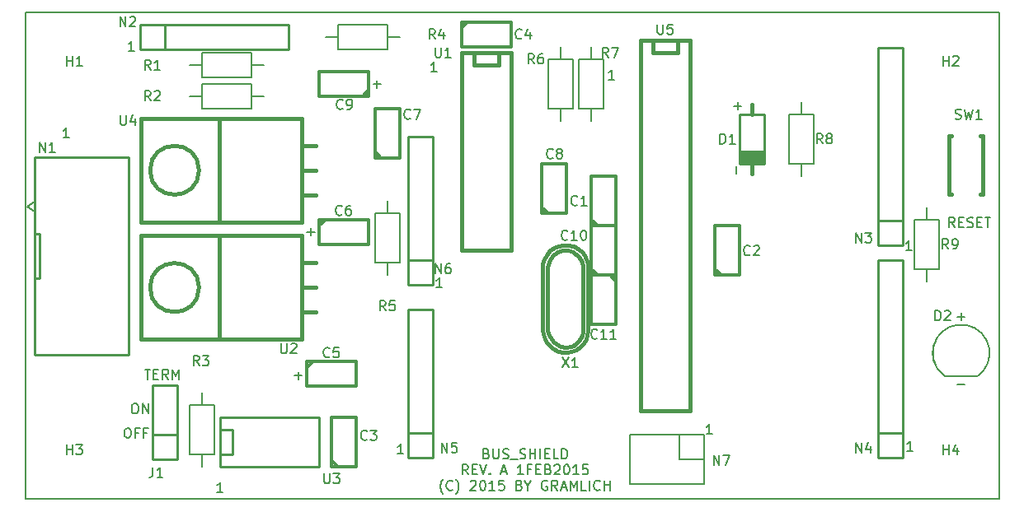
<source format=gto>
%FSLAX36Y36*%
G04 Gerber Fmt 3.6, Leading zero omitted, Abs format (unit inch)*
G04 Created by KiCad (PCBNEW (2014-jul-16 BZR unknown)-product) date Mon 02 Feb 2015 12:29:57 PM PST*
%MOIN*%
G01*
G04 APERTURE LIST*
%ADD10C,0.003937*%
%ADD11C,0.008000*%
%ADD12C,0.012000*%
%ADD13C,0.015000*%
%ADD14C,0.010000*%
%ADD15C,0.005906*%
G04 APERTURE END LIST*
D10*
D11*
X5800810Y-5722143D02*
X5806524Y-5724048D01*
X5808429Y-5725952D01*
X5810333Y-5729762D01*
X5810333Y-5735476D01*
X5808429Y-5739286D01*
X5806524Y-5741190D01*
X5802714Y-5743095D01*
X5787476Y-5743095D01*
X5787476Y-5703095D01*
X5800810Y-5703095D01*
X5804619Y-5705000D01*
X5806524Y-5706905D01*
X5808429Y-5710714D01*
X5808429Y-5714524D01*
X5806524Y-5718333D01*
X5804619Y-5720238D01*
X5800810Y-5722143D01*
X5787476Y-5722143D01*
X5827476Y-5703095D02*
X5827476Y-5735476D01*
X5829381Y-5739286D01*
X5831286Y-5741190D01*
X5835095Y-5743095D01*
X5842714Y-5743095D01*
X5846524Y-5741190D01*
X5848429Y-5739286D01*
X5850333Y-5735476D01*
X5850333Y-5703095D01*
X5867476Y-5741190D02*
X5873191Y-5743095D01*
X5882714Y-5743095D01*
X5886524Y-5741190D01*
X5888429Y-5739286D01*
X5890333Y-5735476D01*
X5890333Y-5731667D01*
X5888429Y-5727857D01*
X5886524Y-5725952D01*
X5882714Y-5724048D01*
X5875095Y-5722143D01*
X5871286Y-5720238D01*
X5869381Y-5718333D01*
X5867476Y-5714524D01*
X5867476Y-5710714D01*
X5869381Y-5706905D01*
X5871286Y-5705000D01*
X5875095Y-5703095D01*
X5884619Y-5703095D01*
X5890333Y-5705000D01*
X5897952Y-5746905D02*
X5928429Y-5746905D01*
X5936048Y-5741190D02*
X5941762Y-5743095D01*
X5951286Y-5743095D01*
X5955095Y-5741190D01*
X5957000Y-5739286D01*
X5958905Y-5735476D01*
X5958905Y-5731667D01*
X5957000Y-5727857D01*
X5955095Y-5725952D01*
X5951286Y-5724048D01*
X5943667Y-5722143D01*
X5939857Y-5720238D01*
X5937952Y-5718333D01*
X5936048Y-5714524D01*
X5936048Y-5710714D01*
X5937952Y-5706905D01*
X5939857Y-5705000D01*
X5943667Y-5703095D01*
X5953190Y-5703095D01*
X5958905Y-5705000D01*
X5976048Y-5743095D02*
X5976048Y-5703095D01*
X5976048Y-5722143D02*
X5998905Y-5722143D01*
X5998905Y-5743095D02*
X5998905Y-5703095D01*
X6017952Y-5743095D02*
X6017952Y-5703095D01*
X6037000Y-5722143D02*
X6050333Y-5722143D01*
X6056048Y-5743095D02*
X6037000Y-5743095D01*
X6037000Y-5703095D01*
X6056048Y-5703095D01*
X6092238Y-5743095D02*
X6073191Y-5743095D01*
X6073191Y-5703095D01*
X6105571Y-5743095D02*
X6105571Y-5703095D01*
X6115095Y-5703095D01*
X6120810Y-5705000D01*
X6124619Y-5708810D01*
X6126524Y-5712619D01*
X6128429Y-5720238D01*
X6128429Y-5725952D01*
X6126524Y-5733571D01*
X6124619Y-5737381D01*
X6120810Y-5741190D01*
X6115095Y-5743095D01*
X6105571Y-5743095D01*
X5726524Y-5807095D02*
X5713191Y-5788048D01*
X5703667Y-5807095D02*
X5703667Y-5767095D01*
X5718905Y-5767095D01*
X5722714Y-5769000D01*
X5724619Y-5770905D01*
X5726524Y-5774714D01*
X5726524Y-5780429D01*
X5724619Y-5784238D01*
X5722714Y-5786143D01*
X5718905Y-5788048D01*
X5703667Y-5788048D01*
X5743667Y-5786143D02*
X5757000Y-5786143D01*
X5762714Y-5807095D02*
X5743667Y-5807095D01*
X5743667Y-5767095D01*
X5762714Y-5767095D01*
X5774143Y-5767095D02*
X5787476Y-5807095D01*
X5800810Y-5767095D01*
X5814143Y-5803286D02*
X5816048Y-5805190D01*
X5814143Y-5807095D01*
X5812238Y-5805190D01*
X5814143Y-5803286D01*
X5814143Y-5807095D01*
X5861762Y-5795667D02*
X5880810Y-5795667D01*
X5857952Y-5807095D02*
X5871286Y-5767095D01*
X5884619Y-5807095D01*
X5949381Y-5807095D02*
X5926524Y-5807095D01*
X5937952Y-5807095D02*
X5937952Y-5767095D01*
X5934143Y-5772810D01*
X5930333Y-5776619D01*
X5926524Y-5778524D01*
X5979857Y-5786143D02*
X5966524Y-5786143D01*
X5966524Y-5807095D02*
X5966524Y-5767095D01*
X5985571Y-5767095D01*
X6000810Y-5786143D02*
X6014143Y-5786143D01*
X6019857Y-5807095D02*
X6000810Y-5807095D01*
X6000810Y-5767095D01*
X6019857Y-5767095D01*
X6050333Y-5786143D02*
X6056048Y-5788048D01*
X6057952Y-5789952D01*
X6059857Y-5793762D01*
X6059857Y-5799476D01*
X6057952Y-5803286D01*
X6056048Y-5805190D01*
X6052238Y-5807095D01*
X6037000Y-5807095D01*
X6037000Y-5767095D01*
X6050333Y-5767095D01*
X6054143Y-5769000D01*
X6056048Y-5770905D01*
X6057952Y-5774714D01*
X6057952Y-5778524D01*
X6056048Y-5782333D01*
X6054143Y-5784238D01*
X6050333Y-5786143D01*
X6037000Y-5786143D01*
X6075095Y-5770905D02*
X6077000Y-5769000D01*
X6080810Y-5767095D01*
X6090333Y-5767095D01*
X6094143Y-5769000D01*
X6096048Y-5770905D01*
X6097952Y-5774714D01*
X6097952Y-5778524D01*
X6096048Y-5784238D01*
X6073190Y-5807095D01*
X6097952Y-5807095D01*
X6122714Y-5767095D02*
X6126524Y-5767095D01*
X6130333Y-5769000D01*
X6132238Y-5770905D01*
X6134143Y-5774714D01*
X6136048Y-5782333D01*
X6136048Y-5791857D01*
X6134143Y-5799476D01*
X6132238Y-5803286D01*
X6130333Y-5805190D01*
X6126524Y-5807095D01*
X6122714Y-5807095D01*
X6118905Y-5805190D01*
X6117000Y-5803286D01*
X6115095Y-5799476D01*
X6113190Y-5791857D01*
X6113190Y-5782333D01*
X6115095Y-5774714D01*
X6117000Y-5770905D01*
X6118905Y-5769000D01*
X6122714Y-5767095D01*
X6174143Y-5807095D02*
X6151286Y-5807095D01*
X6162714Y-5807095D02*
X6162714Y-5767095D01*
X6158905Y-5772810D01*
X6155095Y-5776619D01*
X6151286Y-5778524D01*
X6210333Y-5767095D02*
X6191286Y-5767095D01*
X6189381Y-5786143D01*
X6191286Y-5784238D01*
X6195095Y-5782333D01*
X6204619Y-5782333D01*
X6208429Y-5784238D01*
X6210333Y-5786143D01*
X6212238Y-5789952D01*
X6212238Y-5799476D01*
X6210333Y-5803286D01*
X6208429Y-5805190D01*
X6204619Y-5807095D01*
X6195095Y-5807095D01*
X6191286Y-5805190D01*
X6189381Y-5803286D01*
X5625571Y-5886333D02*
X5623667Y-5884429D01*
X5619857Y-5878714D01*
X5617952Y-5874905D01*
X5616048Y-5869190D01*
X5614143Y-5859667D01*
X5614143Y-5852048D01*
X5616048Y-5842524D01*
X5617952Y-5836810D01*
X5619857Y-5833000D01*
X5623667Y-5827286D01*
X5625571Y-5825381D01*
X5663667Y-5867286D02*
X5661762Y-5869190D01*
X5656048Y-5871095D01*
X5652238Y-5871095D01*
X5646524Y-5869190D01*
X5642714Y-5865381D01*
X5640810Y-5861571D01*
X5638905Y-5853952D01*
X5638905Y-5848238D01*
X5640810Y-5840619D01*
X5642714Y-5836810D01*
X5646524Y-5833000D01*
X5652238Y-5831095D01*
X5656048Y-5831095D01*
X5661762Y-5833000D01*
X5663667Y-5834905D01*
X5677000Y-5886333D02*
X5678905Y-5884429D01*
X5682714Y-5878714D01*
X5684619Y-5874905D01*
X5686524Y-5869190D01*
X5688429Y-5859667D01*
X5688429Y-5852048D01*
X5686524Y-5842524D01*
X5684619Y-5836810D01*
X5682714Y-5833000D01*
X5678905Y-5827286D01*
X5677000Y-5825381D01*
X5736048Y-5834905D02*
X5737952Y-5833000D01*
X5741762Y-5831095D01*
X5751286Y-5831095D01*
X5755095Y-5833000D01*
X5757000Y-5834905D01*
X5758905Y-5838714D01*
X5758905Y-5842524D01*
X5757000Y-5848238D01*
X5734143Y-5871095D01*
X5758905Y-5871095D01*
X5783667Y-5831095D02*
X5787476Y-5831095D01*
X5791286Y-5833000D01*
X5793190Y-5834905D01*
X5795095Y-5838714D01*
X5797000Y-5846333D01*
X5797000Y-5855857D01*
X5795095Y-5863476D01*
X5793190Y-5867286D01*
X5791286Y-5869190D01*
X5787476Y-5871095D01*
X5783667Y-5871095D01*
X5779857Y-5869190D01*
X5777952Y-5867286D01*
X5776048Y-5863476D01*
X5774143Y-5855857D01*
X5774143Y-5846333D01*
X5776048Y-5838714D01*
X5777952Y-5834905D01*
X5779857Y-5833000D01*
X5783667Y-5831095D01*
X5835095Y-5871095D02*
X5812238Y-5871095D01*
X5823667Y-5871095D02*
X5823667Y-5831095D01*
X5819857Y-5836810D01*
X5816048Y-5840619D01*
X5812238Y-5842524D01*
X5871286Y-5831095D02*
X5852238Y-5831095D01*
X5850333Y-5850143D01*
X5852238Y-5848238D01*
X5856048Y-5846333D01*
X5865571Y-5846333D01*
X5869381Y-5848238D01*
X5871286Y-5850143D01*
X5873190Y-5853952D01*
X5873190Y-5863476D01*
X5871286Y-5867286D01*
X5869381Y-5869190D01*
X5865571Y-5871095D01*
X5856048Y-5871095D01*
X5852238Y-5869190D01*
X5850333Y-5867286D01*
X5934143Y-5850143D02*
X5939857Y-5852048D01*
X5941762Y-5853952D01*
X5943667Y-5857762D01*
X5943667Y-5863476D01*
X5941762Y-5867286D01*
X5939857Y-5869190D01*
X5936048Y-5871095D01*
X5920810Y-5871095D01*
X5920810Y-5831095D01*
X5934143Y-5831095D01*
X5937952Y-5833000D01*
X5939857Y-5834905D01*
X5941762Y-5838714D01*
X5941762Y-5842524D01*
X5939857Y-5846333D01*
X5937952Y-5848238D01*
X5934143Y-5850143D01*
X5920810Y-5850143D01*
X5968429Y-5852048D02*
X5968429Y-5871095D01*
X5955095Y-5831095D02*
X5968429Y-5852048D01*
X5981762Y-5831095D01*
X6046524Y-5833000D02*
X6042714Y-5831095D01*
X6037000Y-5831095D01*
X6031286Y-5833000D01*
X6027476Y-5836810D01*
X6025571Y-5840619D01*
X6023667Y-5848238D01*
X6023667Y-5853952D01*
X6025571Y-5861571D01*
X6027476Y-5865381D01*
X6031286Y-5869190D01*
X6037000Y-5871095D01*
X6040809Y-5871095D01*
X6046524Y-5869190D01*
X6048429Y-5867286D01*
X6048429Y-5853952D01*
X6040809Y-5853952D01*
X6088429Y-5871095D02*
X6075095Y-5852048D01*
X6065571Y-5871095D02*
X6065571Y-5831095D01*
X6080809Y-5831095D01*
X6084619Y-5833000D01*
X6086524Y-5834905D01*
X6088429Y-5838714D01*
X6088429Y-5844429D01*
X6086524Y-5848238D01*
X6084619Y-5850143D01*
X6080809Y-5852048D01*
X6065571Y-5852048D01*
X6103667Y-5859667D02*
X6122714Y-5859667D01*
X6099857Y-5871095D02*
X6113190Y-5831095D01*
X6126524Y-5871095D01*
X6139857Y-5871095D02*
X6139857Y-5831095D01*
X6153190Y-5859667D01*
X6166524Y-5831095D01*
X6166524Y-5871095D01*
X6204619Y-5871095D02*
X6185571Y-5871095D01*
X6185571Y-5831095D01*
X6217952Y-5871095D02*
X6217952Y-5831095D01*
X6259857Y-5867286D02*
X6257952Y-5869190D01*
X6252238Y-5871095D01*
X6248429Y-5871095D01*
X6242714Y-5869190D01*
X6238905Y-5865381D01*
X6237000Y-5861571D01*
X6235095Y-5853952D01*
X6235095Y-5848238D01*
X6237000Y-5840619D01*
X6238905Y-5836810D01*
X6242714Y-5833000D01*
X6248429Y-5831095D01*
X6252238Y-5831095D01*
X6257952Y-5833000D01*
X6259857Y-5834905D01*
X6277000Y-5871095D02*
X6277000Y-5831095D01*
X6277000Y-5850143D02*
X6299857Y-5850143D01*
X6299857Y-5871095D02*
X6299857Y-5831095D01*
X7694405Y-4806095D02*
X7681071Y-4787048D01*
X7671548Y-4806095D02*
X7671548Y-4766095D01*
X7686786Y-4766095D01*
X7690595Y-4768000D01*
X7692500Y-4769905D01*
X7694405Y-4773714D01*
X7694405Y-4779429D01*
X7692500Y-4783238D01*
X7690595Y-4785143D01*
X7686786Y-4787048D01*
X7671548Y-4787048D01*
X7711548Y-4785143D02*
X7724881Y-4785143D01*
X7730595Y-4806095D02*
X7711548Y-4806095D01*
X7711548Y-4766095D01*
X7730595Y-4766095D01*
X7745833Y-4804190D02*
X7751548Y-4806095D01*
X7761071Y-4806095D01*
X7764881Y-4804190D01*
X7766786Y-4802286D01*
X7768690Y-4798476D01*
X7768690Y-4794667D01*
X7766786Y-4790857D01*
X7764881Y-4788952D01*
X7761071Y-4787048D01*
X7753452Y-4785143D01*
X7749643Y-4783238D01*
X7747738Y-4781333D01*
X7745833Y-4777524D01*
X7745833Y-4773714D01*
X7747738Y-4769905D01*
X7749643Y-4768000D01*
X7753452Y-4766095D01*
X7762976Y-4766095D01*
X7768690Y-4768000D01*
X7785833Y-4785143D02*
X7799167Y-4785143D01*
X7804881Y-4806095D02*
X7785833Y-4806095D01*
X7785833Y-4766095D01*
X7804881Y-4766095D01*
X7816310Y-4766095D02*
X7839167Y-4766095D01*
X7827738Y-4806095D02*
X7827738Y-4766095D01*
X6318429Y-4207595D02*
X6295571Y-4207595D01*
X6307000Y-4207595D02*
X6307000Y-4167595D01*
X6303191Y-4173310D01*
X6299381Y-4177119D01*
X6295571Y-4179024D01*
X6713929Y-5642595D02*
X6691071Y-5642595D01*
X6702500Y-5642595D02*
X6702500Y-5602595D01*
X6698691Y-5608310D01*
X6694881Y-5612119D01*
X6691071Y-5614024D01*
X5343962Y-4226857D02*
X5374438Y-4226857D01*
X5359200Y-4242095D02*
X5359200Y-4211619D01*
X5075562Y-4825257D02*
X5106038Y-4825257D01*
X5090800Y-4840495D02*
X5090800Y-4810019D01*
X5024962Y-5406057D02*
X5055438Y-5406057D01*
X5040200Y-5421295D02*
X5040200Y-5390819D01*
X4734829Y-5878895D02*
X4711971Y-5878895D01*
X4723400Y-5878895D02*
X4723400Y-5838895D01*
X4719591Y-5844610D01*
X4715781Y-5848419D01*
X4711971Y-5850324D01*
X7520029Y-4899895D02*
X7497171Y-4899895D01*
X7508600Y-4899895D02*
X7508600Y-4859895D01*
X7504791Y-4865610D01*
X7500981Y-4869419D01*
X7497171Y-4871324D01*
X7524429Y-5711695D02*
X7501571Y-5711695D01*
X7513000Y-5711695D02*
X7513000Y-5671695D01*
X7509191Y-5677410D01*
X7505381Y-5681219D01*
X7501571Y-5683124D01*
X5465429Y-5722595D02*
X5442571Y-5722595D01*
X5454000Y-5722595D02*
X5454000Y-5682595D01*
X5450191Y-5688310D01*
X5446381Y-5692119D01*
X5442571Y-5694024D01*
X5621429Y-5050595D02*
X5598571Y-5050595D01*
X5610000Y-5050595D02*
X5610000Y-5010595D01*
X5606191Y-5016310D01*
X5602381Y-5020119D01*
X5598571Y-5022024D01*
X5599429Y-4176095D02*
X5576571Y-4176095D01*
X5588000Y-4176095D02*
X5588000Y-4136095D01*
X5584191Y-4141810D01*
X5580381Y-4145619D01*
X5576571Y-4147524D01*
X4376429Y-4092095D02*
X4353571Y-4092095D01*
X4365000Y-4092095D02*
X4365000Y-4052095D01*
X4361191Y-4057810D01*
X4357381Y-4061619D01*
X4353571Y-4063524D01*
X4113929Y-4443095D02*
X4091071Y-4443095D01*
X4102500Y-4443095D02*
X4102500Y-4403095D01*
X4098691Y-4408810D01*
X4094881Y-4412619D01*
X4091071Y-4414524D01*
X4419619Y-5381095D02*
X4442476Y-5381095D01*
X4431048Y-5421095D02*
X4431048Y-5381095D01*
X4455810Y-5400143D02*
X4469143Y-5400143D01*
X4474857Y-5421095D02*
X4455810Y-5421095D01*
X4455810Y-5381095D01*
X4474857Y-5381095D01*
X4514857Y-5421095D02*
X4501524Y-5402048D01*
X4492000Y-5421095D02*
X4492000Y-5381095D01*
X4507238Y-5381095D01*
X4511048Y-5383000D01*
X4512952Y-5384905D01*
X4514857Y-5388714D01*
X4514857Y-5394429D01*
X4512952Y-5398238D01*
X4511048Y-5400143D01*
X4507238Y-5402048D01*
X4492000Y-5402048D01*
X4532000Y-5421095D02*
X4532000Y-5381095D01*
X4545333Y-5409667D01*
X4558667Y-5381095D01*
X4558667Y-5421095D01*
X4346905Y-5619095D02*
X4354524Y-5619095D01*
X4358333Y-5621000D01*
X4362143Y-5624810D01*
X4364048Y-5632429D01*
X4364048Y-5645762D01*
X4362143Y-5653381D01*
X4358333Y-5657190D01*
X4354524Y-5659095D01*
X4346905Y-5659095D01*
X4343095Y-5657190D01*
X4339286Y-5653381D01*
X4337381Y-5645762D01*
X4337381Y-5632429D01*
X4339286Y-5624810D01*
X4343095Y-5621000D01*
X4346905Y-5619095D01*
X4394524Y-5638143D02*
X4381191Y-5638143D01*
X4381191Y-5659095D02*
X4381191Y-5619095D01*
X4400238Y-5619095D01*
X4428810Y-5638143D02*
X4415476Y-5638143D01*
X4415476Y-5659095D02*
X4415476Y-5619095D01*
X4434524Y-5619095D01*
X3937008Y-5905512D02*
X3937008Y-3937008D01*
X7874016Y-5905512D02*
X3937008Y-5905512D01*
X7874016Y-3937008D02*
X7874016Y-5905512D01*
X3937008Y-3937008D02*
X7874016Y-3937008D01*
X4376238Y-5520095D02*
X4383857Y-5520095D01*
X4387667Y-5522000D01*
X4391476Y-5525810D01*
X4393381Y-5533429D01*
X4393381Y-5546762D01*
X4391476Y-5554381D01*
X4387667Y-5558190D01*
X4383857Y-5560095D01*
X4376238Y-5560095D01*
X4372429Y-5558190D01*
X4368619Y-5554381D01*
X4366714Y-5546762D01*
X4366714Y-5533429D01*
X4368619Y-5525810D01*
X4372429Y-5522000D01*
X4376238Y-5520095D01*
X4410524Y-5560095D02*
X4410524Y-5520095D01*
X4433381Y-5560095D01*
X4433381Y-5520095D01*
D12*
X6225000Y-4798000D02*
X6225000Y-4600000D01*
X6225000Y-4600000D02*
X6325000Y-4600000D01*
X6325000Y-4600000D02*
X6325000Y-4800000D01*
X6325000Y-4800000D02*
X6225000Y-4800000D01*
X6250000Y-4800000D02*
X6225000Y-4775000D01*
X6725000Y-4998000D02*
X6725000Y-4800000D01*
X6725000Y-4800000D02*
X6825000Y-4800000D01*
X6825000Y-4800000D02*
X6825000Y-5000000D01*
X6825000Y-5000000D02*
X6725000Y-5000000D01*
X6750000Y-5000000D02*
X6725000Y-4975000D01*
X5175000Y-5773000D02*
X5175000Y-5575000D01*
X5175000Y-5575000D02*
X5275000Y-5575000D01*
X5275000Y-5575000D02*
X5275000Y-5775000D01*
X5275000Y-5775000D02*
X5175000Y-5775000D01*
X5200000Y-5775000D02*
X5175000Y-5750000D01*
X5702000Y-3975000D02*
X5900000Y-3975000D01*
X5900000Y-3975000D02*
X5900000Y-4075000D01*
X5900000Y-4075000D02*
X5700000Y-4075000D01*
X5700000Y-4075000D02*
X5700000Y-3975000D01*
X5700000Y-4000000D02*
X5725000Y-3975000D01*
X5077000Y-5350000D02*
X5275000Y-5350000D01*
X5275000Y-5350000D02*
X5275000Y-5450000D01*
X5275000Y-5450000D02*
X5075000Y-5450000D01*
X5075000Y-5450000D02*
X5075000Y-5350000D01*
X5075000Y-5375000D02*
X5100000Y-5350000D01*
X5127000Y-4775000D02*
X5325000Y-4775000D01*
X5325000Y-4775000D02*
X5325000Y-4875000D01*
X5325000Y-4875000D02*
X5125000Y-4875000D01*
X5125000Y-4875000D02*
X5125000Y-4775000D01*
X5125000Y-4800000D02*
X5150000Y-4775000D01*
X5350000Y-4523000D02*
X5350000Y-4325000D01*
X5350000Y-4325000D02*
X5450000Y-4325000D01*
X5450000Y-4325000D02*
X5450000Y-4525000D01*
X5450000Y-4525000D02*
X5350000Y-4525000D01*
X5375000Y-4525000D02*
X5350000Y-4500000D01*
X6025000Y-4748000D02*
X6025000Y-4550000D01*
X6025000Y-4550000D02*
X6125000Y-4550000D01*
X6125000Y-4550000D02*
X6125000Y-4750000D01*
X6125000Y-4750000D02*
X6025000Y-4750000D01*
X6050000Y-4750000D02*
X6025000Y-4725000D01*
X5323000Y-4275000D02*
X5125000Y-4275000D01*
X5125000Y-4275000D02*
X5125000Y-4175000D01*
X5125000Y-4175000D02*
X5325000Y-4175000D01*
X5325000Y-4175000D02*
X5325000Y-4275000D01*
X5325000Y-4250000D02*
X5300000Y-4275000D01*
X6225000Y-4998000D02*
X6225000Y-4800000D01*
X6225000Y-4800000D02*
X6325000Y-4800000D01*
X6325000Y-4800000D02*
X6325000Y-5000000D01*
X6325000Y-5000000D02*
X6225000Y-5000000D01*
X6250000Y-5000000D02*
X6225000Y-4975000D01*
X6325000Y-5002000D02*
X6325000Y-5200000D01*
X6325000Y-5200000D02*
X6225000Y-5200000D01*
X6225000Y-5200000D02*
X6225000Y-5000000D01*
X6225000Y-5000000D02*
X6325000Y-5000000D01*
X6300000Y-5000000D02*
X6325000Y-5025000D01*
D13*
X6875000Y-4350000D02*
X6875000Y-4310000D01*
X6875000Y-4540000D02*
X6875000Y-4590000D01*
D14*
X6925000Y-4530000D02*
X6825000Y-4530000D01*
X6925000Y-4520000D02*
X6825000Y-4520000D01*
X6925000Y-4510000D02*
X6825000Y-4510000D01*
X6925000Y-4540000D02*
X6825000Y-4540000D01*
X6925000Y-4500000D02*
X6825000Y-4550000D01*
X6925000Y-4550000D02*
X6825000Y-4500000D01*
X6925000Y-4500000D02*
X6825000Y-4500000D01*
X6925000Y-4525000D02*
X6825000Y-4525000D01*
X6825000Y-4550000D02*
X6925000Y-4550000D01*
X6925000Y-4550000D02*
X6925000Y-4350000D01*
X6925000Y-4350000D02*
X6825000Y-4350000D01*
X6825000Y-4350000D02*
X6825000Y-4550000D01*
D15*
X7625000Y-5250000D02*
G75*
G03X7655000Y-5410000I95000J-65000D01*
G74*
G01*
X7655000Y-5410000D02*
X7785000Y-5410000D01*
X7785000Y-5410000D02*
G75*
G03X7625000Y-5380000I-65000J95000D01*
G74*
G01*
D14*
X4550000Y-5645000D02*
X4550000Y-5445000D01*
X4550000Y-5445000D02*
X4450000Y-5445000D01*
X4450000Y-5445000D02*
X4450000Y-5645000D01*
X4450000Y-5745000D02*
X4450000Y-5645000D01*
X4450000Y-5645000D02*
X4550000Y-5645000D01*
X4450000Y-5745000D02*
X4550000Y-5745000D01*
X4550000Y-5745000D02*
X4550000Y-5645000D01*
D15*
X3943780Y-4721260D02*
X3973780Y-4701260D01*
X3943780Y-4721260D02*
X3973780Y-4741260D01*
D14*
X3973780Y-5011260D02*
X3993780Y-5011260D01*
X3993780Y-5011260D02*
X3993780Y-4831260D01*
X3993780Y-4831260D02*
X3973780Y-4831260D01*
X4353780Y-4521260D02*
X4353780Y-5321260D01*
X4353780Y-5321260D02*
X3973780Y-5321260D01*
X3973780Y-5321260D02*
X3973780Y-4521260D01*
X3973780Y-4521260D02*
X4353780Y-4521260D01*
X4500000Y-3985000D02*
X5000000Y-3985000D01*
X5000000Y-3985000D02*
X5000000Y-4085000D01*
X5000000Y-4085000D02*
X4500000Y-4085000D01*
X4400000Y-3985000D02*
X4500000Y-3985000D01*
X4500000Y-3985000D02*
X4500000Y-4085000D01*
X4400000Y-3985000D02*
X4400000Y-4085000D01*
X4400000Y-4085000D02*
X4500000Y-4085000D01*
X7383071Y-4778976D02*
X7383071Y-4078976D01*
X7383071Y-4078976D02*
X7483071Y-4078976D01*
X7483071Y-4078976D02*
X7483071Y-4778976D01*
X7383071Y-4878976D02*
X7383071Y-4778976D01*
X7383071Y-4778976D02*
X7483071Y-4778976D01*
X7383071Y-4878976D02*
X7483071Y-4878976D01*
X7483071Y-4878976D02*
X7483071Y-4778976D01*
X7383071Y-5638976D02*
X7383071Y-4938976D01*
X7383071Y-4938976D02*
X7483071Y-4938976D01*
X7483071Y-4938976D02*
X7483071Y-5638976D01*
X7383071Y-5738976D02*
X7383071Y-5638976D01*
X7383071Y-5638976D02*
X7483071Y-5638976D01*
X7383071Y-5738976D02*
X7483071Y-5738976D01*
X7483071Y-5738976D02*
X7483071Y-5638976D01*
X5483071Y-5638976D02*
X5483071Y-5138976D01*
X5483071Y-5138976D02*
X5583071Y-5138976D01*
X5583071Y-5138976D02*
X5583071Y-5638976D01*
X5483071Y-5738976D02*
X5483071Y-5638976D01*
X5483071Y-5638976D02*
X5583071Y-5638976D01*
X5483071Y-5738976D02*
X5583071Y-5738976D01*
X5583071Y-5738976D02*
X5583071Y-5638976D01*
X5483071Y-4938976D02*
X5483071Y-4438976D01*
X5483071Y-4438976D02*
X5583071Y-4438976D01*
X5583071Y-4438976D02*
X5583071Y-4938976D01*
X5483071Y-5038976D02*
X5483071Y-4938976D01*
X5483071Y-4938976D02*
X5583071Y-4938976D01*
X5483071Y-5038976D02*
X5583071Y-5038976D01*
X5583071Y-5038976D02*
X5583071Y-4938976D01*
D15*
X6681102Y-5744488D02*
X6581102Y-5744488D01*
X6581102Y-5744488D02*
X6581102Y-5644488D01*
X6681102Y-5644488D02*
X6381102Y-5644488D01*
X6381102Y-5644488D02*
X6381102Y-5844488D01*
X6381102Y-5844488D02*
X6581102Y-5844488D01*
X6681102Y-5644488D02*
X6681102Y-5744488D01*
X6681102Y-5844488D02*
X6681102Y-5744488D01*
X6581102Y-5844488D02*
X6681102Y-5844488D01*
X4850000Y-4150000D02*
X4900000Y-4150000D01*
X4650000Y-4150000D02*
X4600000Y-4150000D01*
X4650000Y-4100000D02*
X4650000Y-4200000D01*
X4650000Y-4200000D02*
X4850000Y-4200000D01*
X4850000Y-4200000D02*
X4850000Y-4100000D01*
X4850000Y-4100000D02*
X4650000Y-4100000D01*
X4850000Y-4275000D02*
X4900000Y-4275000D01*
X4650000Y-4275000D02*
X4600000Y-4275000D01*
X4650000Y-4225000D02*
X4650000Y-4325000D01*
X4650000Y-4325000D02*
X4850000Y-4325000D01*
X4850000Y-4325000D02*
X4850000Y-4225000D01*
X4850000Y-4225000D02*
X4650000Y-4225000D01*
X4650000Y-5725000D02*
X4650000Y-5775000D01*
X4650000Y-5525000D02*
X4650000Y-5475000D01*
X4700000Y-5525000D02*
X4600000Y-5525000D01*
X4600000Y-5525000D02*
X4600000Y-5725000D01*
X4600000Y-5725000D02*
X4700000Y-5725000D01*
X4700000Y-5725000D02*
X4700000Y-5525000D01*
X5400000Y-4035000D02*
X5450000Y-4035000D01*
X5200000Y-4035000D02*
X5150000Y-4035000D01*
X5200000Y-3985000D02*
X5200000Y-4085000D01*
X5200000Y-4085000D02*
X5400000Y-4085000D01*
X5400000Y-4085000D02*
X5400000Y-3985000D01*
X5400000Y-3985000D02*
X5200000Y-3985000D01*
X5400000Y-4750000D02*
X5400000Y-4700000D01*
X5400000Y-4950000D02*
X5400000Y-5000000D01*
X5350000Y-4950000D02*
X5450000Y-4950000D01*
X5450000Y-4950000D02*
X5450000Y-4750000D01*
X5450000Y-4750000D02*
X5350000Y-4750000D01*
X5350000Y-4750000D02*
X5350000Y-4950000D01*
X6100000Y-4125000D02*
X6100000Y-4075000D01*
X6100000Y-4325000D02*
X6100000Y-4375000D01*
X6050000Y-4325000D02*
X6150000Y-4325000D01*
X6150000Y-4325000D02*
X6150000Y-4125000D01*
X6150000Y-4125000D02*
X6050000Y-4125000D01*
X6050000Y-4125000D02*
X6050000Y-4325000D01*
X6225000Y-4125000D02*
X6225000Y-4075000D01*
X6225000Y-4325000D02*
X6225000Y-4375000D01*
X6175000Y-4325000D02*
X6275000Y-4325000D01*
X6275000Y-4325000D02*
X6275000Y-4125000D01*
X6275000Y-4125000D02*
X6175000Y-4125000D01*
X6175000Y-4125000D02*
X6175000Y-4325000D01*
X7075000Y-4550000D02*
X7075000Y-4600000D01*
X7075000Y-4350000D02*
X7075000Y-4300000D01*
X7125000Y-4350000D02*
X7025000Y-4350000D01*
X7025000Y-4350000D02*
X7025000Y-4550000D01*
X7025000Y-4550000D02*
X7125000Y-4550000D01*
X7125000Y-4550000D02*
X7125000Y-4350000D01*
X7580000Y-4775000D02*
X7580000Y-4725000D01*
X7580000Y-4975000D02*
X7580000Y-5025000D01*
X7530000Y-4975000D02*
X7630000Y-4975000D01*
X7630000Y-4975000D02*
X7630000Y-4775000D01*
X7630000Y-4775000D02*
X7530000Y-4775000D01*
X7530000Y-4775000D02*
X7530000Y-4975000D01*
D13*
X7808900Y-4436900D02*
X7799100Y-4436900D01*
X7808900Y-4673100D02*
X7799100Y-4673100D01*
X7671100Y-4436900D02*
X7680900Y-4436900D01*
X7671100Y-4673100D02*
X7680900Y-4673100D01*
X7808900Y-4673100D02*
X7808900Y-4436900D01*
X7671100Y-4673100D02*
X7671100Y-4436900D01*
X5900000Y-4100000D02*
X5900000Y-4900000D01*
X5700000Y-4900000D02*
X5700000Y-4100000D01*
X5700000Y-4100000D02*
X5900000Y-4100000D01*
X5850000Y-4100000D02*
X5850000Y-4150000D01*
X5850000Y-4150000D02*
X5750000Y-4150000D01*
X5750000Y-4150000D02*
X5750000Y-4100000D01*
X5900000Y-4900000D02*
X5700000Y-4900000D01*
X5055000Y-5150000D02*
X5110000Y-5150000D01*
X5055000Y-5050000D02*
X5110000Y-5050000D01*
X5055000Y-4950000D02*
X5110000Y-4950000D01*
X4638995Y-5050000D02*
G75*
G03X4638995Y-5050000I-98995J0D01*
G74*
G01*
X4720000Y-4840000D02*
X4405000Y-4840000D01*
X4405000Y-4840000D02*
X4405000Y-5260000D01*
X4405000Y-5260000D02*
X4720000Y-5260000D01*
X5055000Y-4840000D02*
X4720000Y-4840000D01*
X4720000Y-4840000D02*
X4720000Y-5260000D01*
X4720000Y-5260000D02*
X5055000Y-5260000D01*
X5055000Y-5050000D02*
X5055000Y-5260000D01*
X5055000Y-5050000D02*
X5055000Y-4840000D01*
D14*
X4725000Y-5625000D02*
X4775000Y-5625000D01*
X4775000Y-5625000D02*
X4775000Y-5725000D01*
X4775000Y-5725000D02*
X4725000Y-5725000D01*
X4725000Y-5575000D02*
X5125000Y-5575000D01*
X5125000Y-5575000D02*
X5125000Y-5775000D01*
X5125000Y-5775000D02*
X4725000Y-5775000D01*
X4725000Y-5775000D02*
X4725000Y-5575000D01*
D13*
X5055000Y-4675000D02*
X5110000Y-4675000D01*
X5055000Y-4575000D02*
X5110000Y-4575000D01*
X5055000Y-4475000D02*
X5110000Y-4475000D01*
X4638995Y-4575000D02*
G75*
G03X4638995Y-4575000I-98995J0D01*
G74*
G01*
X4720000Y-4365000D02*
X4405000Y-4365000D01*
X4405000Y-4365000D02*
X4405000Y-4785000D01*
X4405000Y-4785000D02*
X4720000Y-4785000D01*
X5055000Y-4365000D02*
X4720000Y-4365000D01*
X4720000Y-4365000D02*
X4720000Y-4785000D01*
X4720000Y-4785000D02*
X5055000Y-4785000D01*
X5055000Y-4575000D02*
X5055000Y-4785000D01*
X5055000Y-4575000D02*
X5055000Y-4365000D01*
X6625000Y-4050000D02*
X6625000Y-5550000D01*
X6625000Y-5550000D02*
X6425000Y-5550000D01*
X6425000Y-5550000D02*
X6425000Y-4050000D01*
X6425000Y-4050000D02*
X6625000Y-4050000D01*
X6575000Y-4050000D02*
X6575000Y-4100000D01*
X6575000Y-4100000D02*
X6475000Y-4100000D01*
X6475000Y-4100000D02*
X6475000Y-4050000D01*
X6159400Y-5280000D02*
X6143600Y-5287900D01*
X6143600Y-5287900D02*
X6120000Y-5291900D01*
X6120000Y-5291900D02*
X6100300Y-5287900D01*
X6100300Y-5287900D02*
X6072800Y-5272200D01*
X6072800Y-5272200D02*
X6057000Y-5248500D01*
X6057000Y-5248500D02*
X6049100Y-5224900D01*
X6049100Y-5224900D02*
X6049100Y-4965100D01*
X6049100Y-4965100D02*
X6057000Y-4937500D01*
X6057000Y-4937500D02*
X6068800Y-4921800D01*
X6068800Y-4921800D02*
X6088500Y-4906000D01*
X6088500Y-4906000D02*
X6112100Y-4898100D01*
X6112100Y-4898100D02*
X6131800Y-4898100D01*
X6131800Y-4898100D02*
X6151500Y-4906000D01*
X6151500Y-4906000D02*
X6175100Y-4925700D01*
X6175100Y-4925700D02*
X6186900Y-4945400D01*
X6186900Y-4945400D02*
X6190900Y-4965100D01*
X6190900Y-4969000D02*
X6190900Y-5228900D01*
X6190900Y-5228900D02*
X6186900Y-5244600D01*
X6186900Y-5244600D02*
X6175100Y-5264300D01*
X6175100Y-5264300D02*
X6155400Y-5284000D01*
X6211700Y-4969400D02*
X6209800Y-4951300D01*
X6209800Y-4951300D02*
X6205400Y-4935600D01*
X6205400Y-4935600D02*
X6196800Y-4918600D01*
X6196800Y-4918600D02*
X6187700Y-4907200D01*
X6187700Y-4907200D02*
X6173900Y-4894200D01*
X6173900Y-4894200D02*
X6152700Y-4882800D01*
X6152700Y-4882800D02*
X6129100Y-4877700D01*
X6129100Y-4877700D02*
X6109000Y-4877700D01*
X6109000Y-4877700D02*
X6081400Y-4884400D01*
X6081400Y-4884400D02*
X6058200Y-4900100D01*
X6058200Y-4900100D02*
X6043600Y-4918200D01*
X6043600Y-4918200D02*
X6035400Y-4934800D01*
X6035400Y-4934800D02*
X6029100Y-4952500D01*
X6029100Y-4952500D02*
X6027900Y-4969800D01*
X6036500Y-5258800D02*
X6045200Y-5273700D01*
X6045200Y-5273700D02*
X6056200Y-5286300D01*
X6056200Y-5286300D02*
X6069200Y-5296200D01*
X6069200Y-5296200D02*
X6090900Y-5308000D01*
X6090900Y-5308000D02*
X6109400Y-5312300D01*
X6109400Y-5312300D02*
X6127500Y-5313100D01*
X6127500Y-5313100D02*
X6145600Y-5309600D01*
X6145600Y-5309600D02*
X6163300Y-5302100D01*
X6163300Y-5302100D02*
X6181800Y-5287900D01*
X6181800Y-5287900D02*
X6194400Y-5274100D01*
X6194400Y-5274100D02*
X6203500Y-5258800D01*
X6203500Y-5258800D02*
X6209000Y-5241900D01*
X6209000Y-5241900D02*
X6211700Y-5224500D01*
X6028300Y-4969000D02*
X6028300Y-5223000D01*
X6028300Y-5223000D02*
X6029800Y-5239500D01*
X6029800Y-5239500D02*
X6036500Y-5258800D01*
X6211700Y-4969000D02*
X6211700Y-5223000D01*
D11*
X6168333Y-4714286D02*
X6166429Y-4716190D01*
X6160714Y-4718095D01*
X6156905Y-4718095D01*
X6151191Y-4716190D01*
X6147381Y-4712381D01*
X6145476Y-4708571D01*
X6143571Y-4700952D01*
X6143571Y-4695238D01*
X6145476Y-4687619D01*
X6147381Y-4683810D01*
X6151191Y-4680000D01*
X6156905Y-4678095D01*
X6160714Y-4678095D01*
X6166429Y-4680000D01*
X6168333Y-4681905D01*
X6206429Y-4718095D02*
X6183571Y-4718095D01*
X6195000Y-4718095D02*
X6195000Y-4678095D01*
X6191191Y-4683810D01*
X6187381Y-4687619D01*
X6183571Y-4689524D01*
X6866133Y-4915886D02*
X6864229Y-4917790D01*
X6858514Y-4919695D01*
X6854705Y-4919695D01*
X6848991Y-4917790D01*
X6845181Y-4913981D01*
X6843276Y-4910171D01*
X6841371Y-4902552D01*
X6841371Y-4896838D01*
X6843276Y-4889219D01*
X6845181Y-4885410D01*
X6848991Y-4881600D01*
X6854705Y-4879695D01*
X6858514Y-4879695D01*
X6864229Y-4881600D01*
X6866133Y-4883505D01*
X6881371Y-4883505D02*
X6883276Y-4881600D01*
X6887086Y-4879695D01*
X6896610Y-4879695D01*
X6900419Y-4881600D01*
X6902324Y-4883505D01*
X6904229Y-4887314D01*
X6904229Y-4891124D01*
X6902324Y-4896838D01*
X6879467Y-4919695D01*
X6904229Y-4919695D01*
X5318333Y-5664286D02*
X5316429Y-5666190D01*
X5310714Y-5668095D01*
X5306905Y-5668095D01*
X5301191Y-5666190D01*
X5297381Y-5662381D01*
X5295476Y-5658571D01*
X5293571Y-5650952D01*
X5293571Y-5645238D01*
X5295476Y-5637619D01*
X5297381Y-5633810D01*
X5301191Y-5630000D01*
X5306905Y-5628095D01*
X5310714Y-5628095D01*
X5316429Y-5630000D01*
X5318333Y-5631905D01*
X5331667Y-5628095D02*
X5356429Y-5628095D01*
X5343095Y-5643333D01*
X5348810Y-5643333D01*
X5352619Y-5645238D01*
X5354524Y-5647143D01*
X5356429Y-5650952D01*
X5356429Y-5660476D01*
X5354524Y-5664286D01*
X5352619Y-5666190D01*
X5348810Y-5668095D01*
X5337381Y-5668095D01*
X5333571Y-5666190D01*
X5331667Y-5664286D01*
X5943333Y-4039286D02*
X5941429Y-4041190D01*
X5935714Y-4043095D01*
X5931905Y-4043095D01*
X5926191Y-4041190D01*
X5922381Y-4037381D01*
X5920476Y-4033571D01*
X5918571Y-4025952D01*
X5918571Y-4020238D01*
X5920476Y-4012619D01*
X5922381Y-4008810D01*
X5926191Y-4005000D01*
X5931905Y-4003095D01*
X5935714Y-4003095D01*
X5941429Y-4005000D01*
X5943333Y-4006905D01*
X5977619Y-4016429D02*
X5977619Y-4043095D01*
X5968095Y-4001190D02*
X5958571Y-4029762D01*
X5983333Y-4029762D01*
X5166759Y-5328853D02*
X5164854Y-5330757D01*
X5159139Y-5332662D01*
X5155330Y-5332662D01*
X5149616Y-5330757D01*
X5145806Y-5326948D01*
X5143901Y-5323138D01*
X5141997Y-5315519D01*
X5141997Y-5309805D01*
X5143901Y-5302186D01*
X5145806Y-5298376D01*
X5149616Y-5294567D01*
X5155330Y-5292662D01*
X5159139Y-5292662D01*
X5164854Y-5294567D01*
X5166759Y-5296472D01*
X5202949Y-5292662D02*
X5183901Y-5292662D01*
X5181997Y-5311710D01*
X5183901Y-5309805D01*
X5187711Y-5307900D01*
X5197235Y-5307900D01*
X5201044Y-5309805D01*
X5202949Y-5311710D01*
X5204854Y-5315519D01*
X5204854Y-5325043D01*
X5202949Y-5328853D01*
X5201044Y-5330757D01*
X5197235Y-5332662D01*
X5187711Y-5332662D01*
X5183901Y-5330757D01*
X5181997Y-5328853D01*
X5216759Y-4753853D02*
X5214854Y-4755757D01*
X5209139Y-4757662D01*
X5205330Y-4757662D01*
X5199616Y-4755757D01*
X5195806Y-4751948D01*
X5193901Y-4748138D01*
X5191997Y-4740519D01*
X5191997Y-4734805D01*
X5193901Y-4727186D01*
X5195806Y-4723376D01*
X5199616Y-4719567D01*
X5205330Y-4717662D01*
X5209139Y-4717662D01*
X5214854Y-4719567D01*
X5216759Y-4721472D01*
X5251044Y-4717662D02*
X5243425Y-4717662D01*
X5239616Y-4719567D01*
X5237711Y-4721472D01*
X5233901Y-4727186D01*
X5231997Y-4734805D01*
X5231997Y-4750043D01*
X5233901Y-4753853D01*
X5235806Y-4755757D01*
X5239616Y-4757662D01*
X5247235Y-4757662D01*
X5251044Y-4755757D01*
X5252949Y-4753853D01*
X5254854Y-4750043D01*
X5254854Y-4740519D01*
X5252949Y-4736710D01*
X5251044Y-4734805D01*
X5247235Y-4732900D01*
X5239616Y-4732900D01*
X5235806Y-4734805D01*
X5233901Y-4736710D01*
X5231997Y-4740519D01*
X5493333Y-4364286D02*
X5491429Y-4366190D01*
X5485714Y-4368095D01*
X5481905Y-4368095D01*
X5476191Y-4366190D01*
X5472381Y-4362381D01*
X5470476Y-4358571D01*
X5468571Y-4350952D01*
X5468571Y-4345238D01*
X5470476Y-4337619D01*
X5472381Y-4333810D01*
X5476191Y-4330000D01*
X5481905Y-4328095D01*
X5485714Y-4328095D01*
X5491429Y-4330000D01*
X5493333Y-4331905D01*
X5506667Y-4328095D02*
X5533333Y-4328095D01*
X5516191Y-4368095D01*
X6069733Y-4524286D02*
X6067829Y-4526190D01*
X6062114Y-4528095D01*
X6058305Y-4528095D01*
X6052591Y-4526190D01*
X6048781Y-4522381D01*
X6046876Y-4518571D01*
X6044971Y-4510952D01*
X6044971Y-4505238D01*
X6046876Y-4497619D01*
X6048781Y-4493810D01*
X6052591Y-4490000D01*
X6058305Y-4488095D01*
X6062114Y-4488095D01*
X6067829Y-4490000D01*
X6069733Y-4491905D01*
X6092591Y-4505238D02*
X6088781Y-4503333D01*
X6086876Y-4501429D01*
X6084971Y-4497619D01*
X6084971Y-4495714D01*
X6086876Y-4491905D01*
X6088781Y-4490000D01*
X6092591Y-4488095D01*
X6100210Y-4488095D01*
X6104019Y-4490000D01*
X6105924Y-4491905D01*
X6107829Y-4495714D01*
X6107829Y-4497619D01*
X6105924Y-4501429D01*
X6104019Y-4503333D01*
X6100210Y-4505238D01*
X6092591Y-4505238D01*
X6088781Y-4507143D01*
X6086876Y-4509048D01*
X6084971Y-4512857D01*
X6084971Y-4520476D01*
X6086876Y-4524286D01*
X6088781Y-4526190D01*
X6092591Y-4528095D01*
X6100210Y-4528095D01*
X6104019Y-4526190D01*
X6105924Y-4524286D01*
X6107829Y-4520476D01*
X6107829Y-4512857D01*
X6105924Y-4509048D01*
X6104019Y-4507143D01*
X6100210Y-4505238D01*
X5219908Y-4324719D02*
X5218003Y-4326624D01*
X5212289Y-4328528D01*
X5208480Y-4328528D01*
X5202765Y-4326624D01*
X5198956Y-4322814D01*
X5197051Y-4319004D01*
X5195146Y-4311385D01*
X5195146Y-4305671D01*
X5197051Y-4298052D01*
X5198956Y-4294243D01*
X5202765Y-4290433D01*
X5208480Y-4288528D01*
X5212289Y-4288528D01*
X5218003Y-4290433D01*
X5219908Y-4292338D01*
X5238956Y-4328528D02*
X5246575Y-4328528D01*
X5250384Y-4326624D01*
X5252289Y-4324719D01*
X5256099Y-4319004D01*
X5258003Y-4311385D01*
X5258003Y-4296147D01*
X5256099Y-4292338D01*
X5254194Y-4290433D01*
X5250384Y-4288528D01*
X5242765Y-4288528D01*
X5238956Y-4290433D01*
X5237051Y-4292338D01*
X5235146Y-4296147D01*
X5235146Y-4305671D01*
X5237051Y-4309481D01*
X5238956Y-4311385D01*
X5242765Y-4313290D01*
X5250384Y-4313290D01*
X5254194Y-4311385D01*
X5256099Y-4309481D01*
X5258003Y-4305671D01*
X6129286Y-4854286D02*
X6127381Y-4856190D01*
X6121667Y-4858095D01*
X6117857Y-4858095D01*
X6112143Y-4856190D01*
X6108333Y-4852381D01*
X6106429Y-4848571D01*
X6104524Y-4840952D01*
X6104524Y-4835238D01*
X6106429Y-4827619D01*
X6108333Y-4823810D01*
X6112143Y-4820000D01*
X6117857Y-4818095D01*
X6121667Y-4818095D01*
X6127381Y-4820000D01*
X6129286Y-4821905D01*
X6167381Y-4858095D02*
X6144524Y-4858095D01*
X6155952Y-4858095D02*
X6155952Y-4818095D01*
X6152143Y-4823810D01*
X6148333Y-4827619D01*
X6144524Y-4829524D01*
X6192143Y-4818095D02*
X6195952Y-4818095D01*
X6199762Y-4820000D01*
X6201667Y-4821905D01*
X6203571Y-4825714D01*
X6205476Y-4833333D01*
X6205476Y-4842857D01*
X6203571Y-4850476D01*
X6201667Y-4854286D01*
X6199762Y-4856190D01*
X6195952Y-4858095D01*
X6192143Y-4858095D01*
X6188333Y-4856190D01*
X6186429Y-4854286D01*
X6184524Y-4850476D01*
X6182619Y-4842857D01*
X6182619Y-4833333D01*
X6184524Y-4825714D01*
X6186429Y-4821905D01*
X6188333Y-4820000D01*
X6192143Y-4818095D01*
X6249286Y-5254286D02*
X6247381Y-5256190D01*
X6241667Y-5258095D01*
X6237857Y-5258095D01*
X6232143Y-5256190D01*
X6228333Y-5252381D01*
X6226429Y-5248571D01*
X6224524Y-5240952D01*
X6224524Y-5235238D01*
X6226429Y-5227619D01*
X6228333Y-5223810D01*
X6232143Y-5220000D01*
X6237857Y-5218095D01*
X6241667Y-5218095D01*
X6247381Y-5220000D01*
X6249286Y-5221905D01*
X6287381Y-5258095D02*
X6264524Y-5258095D01*
X6275952Y-5258095D02*
X6275952Y-5218095D01*
X6272143Y-5223810D01*
X6268333Y-5227619D01*
X6264524Y-5229524D01*
X6325476Y-5258095D02*
X6302619Y-5258095D01*
X6314048Y-5258095D02*
X6314048Y-5218095D01*
X6310238Y-5223810D01*
X6306429Y-5227619D01*
X6302619Y-5229524D01*
X6745476Y-4468095D02*
X6745476Y-4428095D01*
X6755000Y-4428095D01*
X6760714Y-4430000D01*
X6764524Y-4433810D01*
X6766429Y-4437619D01*
X6768333Y-4445238D01*
X6768333Y-4450952D01*
X6766429Y-4458571D01*
X6764524Y-4462381D01*
X6760714Y-4466190D01*
X6755000Y-4468095D01*
X6745476Y-4468095D01*
X6806429Y-4468095D02*
X6783571Y-4468095D01*
X6795000Y-4468095D02*
X6795000Y-4428095D01*
X6791191Y-4433810D01*
X6787381Y-4437619D01*
X6783571Y-4439524D01*
X6810534Y-4588860D02*
X6810534Y-4558384D01*
X6816440Y-4330592D02*
X6816440Y-4300116D01*
X6831678Y-4315354D02*
X6801202Y-4315354D01*
X7615476Y-5183095D02*
X7615476Y-5143095D01*
X7625000Y-5143095D01*
X7630714Y-5145000D01*
X7634524Y-5148810D01*
X7636429Y-5152619D01*
X7638333Y-5160238D01*
X7638333Y-5165952D01*
X7636429Y-5173571D01*
X7634524Y-5177381D01*
X7630714Y-5181190D01*
X7625000Y-5183095D01*
X7615476Y-5183095D01*
X7653571Y-5146905D02*
X7655476Y-5145000D01*
X7659286Y-5143095D01*
X7668810Y-5143095D01*
X7672619Y-5145000D01*
X7674524Y-5146905D01*
X7676429Y-5150714D01*
X7676429Y-5154524D01*
X7674524Y-5160238D01*
X7651667Y-5183095D01*
X7676429Y-5183095D01*
X7704762Y-5442857D02*
X7735238Y-5442857D01*
X7704762Y-5167857D02*
X7735238Y-5167857D01*
X7720000Y-5183095D02*
X7720000Y-5152619D01*
X4103382Y-4151954D02*
X4103382Y-4111954D01*
X4103382Y-4131001D02*
X4126239Y-4131001D01*
X4126239Y-4151954D02*
X4126239Y-4111954D01*
X4166239Y-4151954D02*
X4143382Y-4151954D01*
X4154811Y-4151954D02*
X4154811Y-4111954D01*
X4151001Y-4117668D01*
X4147192Y-4121477D01*
X4143382Y-4123382D01*
X7646689Y-4151954D02*
X7646689Y-4111954D01*
X7646689Y-4131001D02*
X7669546Y-4131001D01*
X7669546Y-4151954D02*
X7669546Y-4111954D01*
X7686689Y-4115763D02*
X7688594Y-4113858D01*
X7692403Y-4111954D01*
X7701927Y-4111954D01*
X7705737Y-4113858D01*
X7707642Y-4115763D01*
X7709546Y-4119573D01*
X7709546Y-4123382D01*
X7707642Y-4129096D01*
X7684784Y-4151954D01*
X7709546Y-4151954D01*
X4103382Y-5726757D02*
X4103382Y-5686757D01*
X4103382Y-5705804D02*
X4126239Y-5705804D01*
X4126239Y-5726757D02*
X4126239Y-5686757D01*
X4141477Y-5686757D02*
X4166239Y-5686757D01*
X4152906Y-5701995D01*
X4158620Y-5701995D01*
X4162430Y-5703900D01*
X4164334Y-5705804D01*
X4166239Y-5709614D01*
X4166239Y-5719138D01*
X4164334Y-5722947D01*
X4162430Y-5724852D01*
X4158620Y-5726757D01*
X4147192Y-5726757D01*
X4143382Y-5724852D01*
X4141477Y-5722947D01*
X7646689Y-5726757D02*
X7646689Y-5686757D01*
X7646689Y-5705804D02*
X7669546Y-5705804D01*
X7669546Y-5726757D02*
X7669546Y-5686757D01*
X7705737Y-5700090D02*
X7705737Y-5726757D01*
X7696213Y-5684852D02*
X7686689Y-5713423D01*
X7711451Y-5713423D01*
X4452667Y-5777295D02*
X4452667Y-5805867D01*
X4450762Y-5811581D01*
X4446952Y-5815390D01*
X4441238Y-5817295D01*
X4437429Y-5817295D01*
X4492667Y-5817295D02*
X4469810Y-5817295D01*
X4481238Y-5817295D02*
X4481238Y-5777295D01*
X4477429Y-5783010D01*
X4473619Y-5786819D01*
X4469810Y-5788724D01*
X3994524Y-4501166D02*
X3994524Y-4461166D01*
X4017381Y-4501166D01*
X4017381Y-4461166D01*
X4057381Y-4501166D02*
X4034524Y-4501166D01*
X4045952Y-4501166D02*
X4045952Y-4461166D01*
X4042143Y-4466880D01*
X4038333Y-4470690D01*
X4034524Y-4472595D01*
X4319524Y-3993095D02*
X4319524Y-3953095D01*
X4342381Y-3993095D01*
X4342381Y-3953095D01*
X4359524Y-3956905D02*
X4361429Y-3955000D01*
X4365238Y-3953095D01*
X4374762Y-3953095D01*
X4378571Y-3955000D01*
X4380476Y-3956905D01*
X4382381Y-3960714D01*
X4382381Y-3964524D01*
X4380476Y-3970238D01*
X4357619Y-3993095D01*
X4382381Y-3993095D01*
X7294524Y-4868095D02*
X7294524Y-4828095D01*
X7317381Y-4868095D01*
X7317381Y-4828095D01*
X7332619Y-4828095D02*
X7357381Y-4828095D01*
X7344048Y-4843333D01*
X7349762Y-4843333D01*
X7353571Y-4845238D01*
X7355476Y-4847143D01*
X7357381Y-4850952D01*
X7357381Y-4860476D01*
X7355476Y-4864286D01*
X7353571Y-4866190D01*
X7349762Y-4868095D01*
X7338333Y-4868095D01*
X7334524Y-4866190D01*
X7332619Y-4864286D01*
X7294524Y-5718095D02*
X7294524Y-5678095D01*
X7317381Y-5718095D01*
X7317381Y-5678095D01*
X7353571Y-5691429D02*
X7353571Y-5718095D01*
X7344048Y-5676190D02*
X7334524Y-5704762D01*
X7359286Y-5704762D01*
X5619524Y-5718095D02*
X5619524Y-5678095D01*
X5642381Y-5718095D01*
X5642381Y-5678095D01*
X5680476Y-5678095D02*
X5661429Y-5678095D01*
X5659524Y-5697143D01*
X5661429Y-5695238D01*
X5665238Y-5693333D01*
X5674762Y-5693333D01*
X5678571Y-5695238D01*
X5680476Y-5697143D01*
X5682381Y-5700952D01*
X5682381Y-5710476D01*
X5680476Y-5714286D01*
X5678571Y-5716190D01*
X5674762Y-5718095D01*
X5665238Y-5718095D01*
X5661429Y-5716190D01*
X5659524Y-5714286D01*
X5594524Y-4993095D02*
X5594524Y-4953095D01*
X5617381Y-4993095D01*
X5617381Y-4953095D01*
X5653571Y-4953095D02*
X5645952Y-4953095D01*
X5642143Y-4955000D01*
X5640238Y-4956905D01*
X5636429Y-4962619D01*
X5634524Y-4970238D01*
X5634524Y-4985476D01*
X5636429Y-4989286D01*
X5638333Y-4991190D01*
X5642143Y-4993095D01*
X5649762Y-4993095D01*
X5653571Y-4991190D01*
X5655476Y-4989286D01*
X5657381Y-4985476D01*
X5657381Y-4975952D01*
X5655476Y-4972143D01*
X5653571Y-4970238D01*
X5649762Y-4968333D01*
X5642143Y-4968333D01*
X5638333Y-4970238D01*
X5636429Y-4972143D01*
X5634524Y-4975952D01*
X6719524Y-5768095D02*
X6719524Y-5728095D01*
X6742381Y-5768095D01*
X6742381Y-5728095D01*
X6757619Y-5728095D02*
X6784286Y-5728095D01*
X6767143Y-5768095D01*
X4443333Y-4168095D02*
X4430000Y-4149048D01*
X4420476Y-4168095D02*
X4420476Y-4128095D01*
X4435714Y-4128095D01*
X4439524Y-4130000D01*
X4441429Y-4131905D01*
X4443333Y-4135714D01*
X4443333Y-4141429D01*
X4441429Y-4145238D01*
X4439524Y-4147143D01*
X4435714Y-4149048D01*
X4420476Y-4149048D01*
X4481429Y-4168095D02*
X4458571Y-4168095D01*
X4470000Y-4168095D02*
X4470000Y-4128095D01*
X4466191Y-4133810D01*
X4462381Y-4137619D01*
X4458571Y-4139524D01*
X4443333Y-4293095D02*
X4430000Y-4274048D01*
X4420476Y-4293095D02*
X4420476Y-4253095D01*
X4435714Y-4253095D01*
X4439524Y-4255000D01*
X4441429Y-4256905D01*
X4443333Y-4260714D01*
X4443333Y-4266429D01*
X4441429Y-4270238D01*
X4439524Y-4272143D01*
X4435714Y-4274048D01*
X4420476Y-4274048D01*
X4458571Y-4256905D02*
X4460476Y-4255000D01*
X4464286Y-4253095D01*
X4473810Y-4253095D01*
X4477619Y-4255000D01*
X4479524Y-4256905D01*
X4481429Y-4260714D01*
X4481429Y-4264524D01*
X4479524Y-4270238D01*
X4456667Y-4293095D01*
X4481429Y-4293095D01*
X4639733Y-5366295D02*
X4626400Y-5347248D01*
X4616876Y-5366295D02*
X4616876Y-5326295D01*
X4632114Y-5326295D01*
X4635924Y-5328200D01*
X4637829Y-5330105D01*
X4639733Y-5333914D01*
X4639733Y-5339629D01*
X4637829Y-5343438D01*
X4635924Y-5345343D01*
X4632114Y-5347248D01*
X4616876Y-5347248D01*
X4653067Y-5326295D02*
X4677829Y-5326295D01*
X4664495Y-5341533D01*
X4670210Y-5341533D01*
X4674019Y-5343438D01*
X4675924Y-5345343D01*
X4677829Y-5349152D01*
X4677829Y-5358676D01*
X4675924Y-5362486D01*
X4674019Y-5364390D01*
X4670210Y-5366295D01*
X4658781Y-5366295D01*
X4654971Y-5364390D01*
X4653067Y-5362486D01*
X5593333Y-4043095D02*
X5580000Y-4024048D01*
X5570476Y-4043095D02*
X5570476Y-4003095D01*
X5585714Y-4003095D01*
X5589524Y-4005000D01*
X5591429Y-4006905D01*
X5593333Y-4010714D01*
X5593333Y-4016429D01*
X5591429Y-4020238D01*
X5589524Y-4022143D01*
X5585714Y-4024048D01*
X5570476Y-4024048D01*
X5627619Y-4016429D02*
X5627619Y-4043095D01*
X5618095Y-4001190D02*
X5608571Y-4029762D01*
X5633333Y-4029762D01*
X5393333Y-5143095D02*
X5380000Y-5124048D01*
X5370476Y-5143095D02*
X5370476Y-5103095D01*
X5385714Y-5103095D01*
X5389524Y-5105000D01*
X5391429Y-5106905D01*
X5393333Y-5110714D01*
X5393333Y-5116429D01*
X5391429Y-5120238D01*
X5389524Y-5122143D01*
X5385714Y-5124048D01*
X5370476Y-5124048D01*
X5429524Y-5103095D02*
X5410476Y-5103095D01*
X5408571Y-5122143D01*
X5410476Y-5120238D01*
X5414286Y-5118333D01*
X5423810Y-5118333D01*
X5427619Y-5120238D01*
X5429524Y-5122143D01*
X5431429Y-5125952D01*
X5431429Y-5135476D01*
X5429524Y-5139286D01*
X5427619Y-5141190D01*
X5423810Y-5143095D01*
X5414286Y-5143095D01*
X5410476Y-5141190D01*
X5408571Y-5139286D01*
X5993333Y-4143095D02*
X5980000Y-4124048D01*
X5970476Y-4143095D02*
X5970476Y-4103095D01*
X5985714Y-4103095D01*
X5989524Y-4105000D01*
X5991429Y-4106905D01*
X5993333Y-4110714D01*
X5993333Y-4116429D01*
X5991429Y-4120238D01*
X5989524Y-4122143D01*
X5985714Y-4124048D01*
X5970476Y-4124048D01*
X6027619Y-4103095D02*
X6020000Y-4103095D01*
X6016191Y-4105000D01*
X6014286Y-4106905D01*
X6010476Y-4112619D01*
X6008571Y-4120238D01*
X6008571Y-4135476D01*
X6010476Y-4139286D01*
X6012381Y-4141190D01*
X6016191Y-4143095D01*
X6023810Y-4143095D01*
X6027619Y-4141190D01*
X6029524Y-4139286D01*
X6031429Y-4135476D01*
X6031429Y-4125952D01*
X6029524Y-4122143D01*
X6027619Y-4120238D01*
X6023810Y-4118333D01*
X6016191Y-4118333D01*
X6012381Y-4120238D01*
X6010476Y-4122143D01*
X6008571Y-4125952D01*
X6293333Y-4118095D02*
X6280000Y-4099048D01*
X6270476Y-4118095D02*
X6270476Y-4078095D01*
X6285714Y-4078095D01*
X6289524Y-4080000D01*
X6291429Y-4081905D01*
X6293333Y-4085714D01*
X6293333Y-4091429D01*
X6291429Y-4095238D01*
X6289524Y-4097143D01*
X6285714Y-4099048D01*
X6270476Y-4099048D01*
X6306667Y-4078095D02*
X6333333Y-4078095D01*
X6316191Y-4118095D01*
X7160066Y-4466914D02*
X7146732Y-4447867D01*
X7137209Y-4466914D02*
X7137209Y-4426914D01*
X7152447Y-4426914D01*
X7156256Y-4428819D01*
X7158161Y-4430724D01*
X7160066Y-4434533D01*
X7160066Y-4440247D01*
X7158161Y-4444057D01*
X7156256Y-4445962D01*
X7152447Y-4447867D01*
X7137209Y-4447867D01*
X7182923Y-4444057D02*
X7179113Y-4442152D01*
X7177209Y-4440247D01*
X7175304Y-4436438D01*
X7175304Y-4434533D01*
X7177209Y-4430724D01*
X7179113Y-4428819D01*
X7182923Y-4426914D01*
X7190542Y-4426914D01*
X7194351Y-4428819D01*
X7196256Y-4430724D01*
X7198161Y-4434533D01*
X7198161Y-4436438D01*
X7196256Y-4440247D01*
X7194351Y-4442152D01*
X7190542Y-4444057D01*
X7182923Y-4444057D01*
X7179113Y-4445962D01*
X7177209Y-4447867D01*
X7175304Y-4451676D01*
X7175304Y-4459295D01*
X7177209Y-4463105D01*
X7179113Y-4465009D01*
X7182923Y-4466914D01*
X7190542Y-4466914D01*
X7194351Y-4465009D01*
X7196256Y-4463105D01*
X7198161Y-4459295D01*
X7198161Y-4451676D01*
X7196256Y-4447867D01*
X7194351Y-4445962D01*
X7190542Y-4444057D01*
X7668333Y-4893095D02*
X7655000Y-4874048D01*
X7645476Y-4893095D02*
X7645476Y-4853095D01*
X7660714Y-4853095D01*
X7664524Y-4855000D01*
X7666429Y-4856905D01*
X7668333Y-4860714D01*
X7668333Y-4866429D01*
X7666429Y-4870238D01*
X7664524Y-4872143D01*
X7660714Y-4874048D01*
X7645476Y-4874048D01*
X7687381Y-4893095D02*
X7695000Y-4893095D01*
X7698810Y-4891190D01*
X7700714Y-4889286D01*
X7704524Y-4883571D01*
X7706429Y-4875952D01*
X7706429Y-4860714D01*
X7704524Y-4856905D01*
X7702619Y-4855000D01*
X7698810Y-4853095D01*
X7691191Y-4853095D01*
X7687381Y-4855000D01*
X7685476Y-4856905D01*
X7683571Y-4860714D01*
X7683571Y-4870238D01*
X7685476Y-4874048D01*
X7687381Y-4875952D01*
X7691191Y-4877857D01*
X7698810Y-4877857D01*
X7702619Y-4875952D01*
X7704524Y-4874048D01*
X7706429Y-4870238D01*
X7696667Y-4366190D02*
X7702381Y-4368095D01*
X7711905Y-4368095D01*
X7715714Y-4366190D01*
X7717619Y-4364286D01*
X7719524Y-4360476D01*
X7719524Y-4356667D01*
X7717619Y-4352857D01*
X7715714Y-4350952D01*
X7711905Y-4349048D01*
X7704286Y-4347143D01*
X7700476Y-4345238D01*
X7698571Y-4343333D01*
X7696667Y-4339524D01*
X7696667Y-4335714D01*
X7698571Y-4331905D01*
X7700476Y-4330000D01*
X7704286Y-4328095D01*
X7713810Y-4328095D01*
X7719524Y-4330000D01*
X7732857Y-4328095D02*
X7742381Y-4368095D01*
X7750000Y-4339524D01*
X7757619Y-4368095D01*
X7767143Y-4328095D01*
X7803333Y-4368095D02*
X7780476Y-4368095D01*
X7791905Y-4368095D02*
X7791905Y-4328095D01*
X7788095Y-4333810D01*
X7784286Y-4337619D01*
X7780476Y-4339524D01*
X5594524Y-4078095D02*
X5594524Y-4110476D01*
X5596429Y-4114286D01*
X5598333Y-4116190D01*
X5602143Y-4118095D01*
X5609762Y-4118095D01*
X5613571Y-4116190D01*
X5615476Y-4114286D01*
X5617381Y-4110476D01*
X5617381Y-4078095D01*
X5657381Y-4118095D02*
X5634524Y-4118095D01*
X5645952Y-4118095D02*
X5645952Y-4078095D01*
X5642143Y-4083810D01*
X5638333Y-4087619D01*
X5634524Y-4089524D01*
X4970524Y-5276095D02*
X4970524Y-5308476D01*
X4972429Y-5312286D01*
X4974333Y-5314190D01*
X4978143Y-5316095D01*
X4985762Y-5316095D01*
X4989571Y-5314190D01*
X4991476Y-5312286D01*
X4993381Y-5308476D01*
X4993381Y-5276095D01*
X5010524Y-5279905D02*
X5012429Y-5278000D01*
X5016238Y-5276095D01*
X5025762Y-5276095D01*
X5029571Y-5278000D01*
X5031476Y-5279905D01*
X5033381Y-5283714D01*
X5033381Y-5287524D01*
X5031476Y-5293238D01*
X5008619Y-5316095D01*
X5033381Y-5316095D01*
X5144524Y-5803095D02*
X5144524Y-5835476D01*
X5146429Y-5839286D01*
X5148333Y-5841190D01*
X5152143Y-5843095D01*
X5159762Y-5843095D01*
X5163571Y-5841190D01*
X5165476Y-5839286D01*
X5167381Y-5835476D01*
X5167381Y-5803095D01*
X5182619Y-5803095D02*
X5207381Y-5803095D01*
X5194048Y-5818333D01*
X5199762Y-5818333D01*
X5203571Y-5820238D01*
X5205476Y-5822143D01*
X5207381Y-5825952D01*
X5207381Y-5835476D01*
X5205476Y-5839286D01*
X5203571Y-5841190D01*
X5199762Y-5843095D01*
X5188333Y-5843095D01*
X5184524Y-5841190D01*
X5182619Y-5839286D01*
X4321124Y-4351695D02*
X4321124Y-4384076D01*
X4323029Y-4387886D01*
X4324933Y-4389790D01*
X4328743Y-4391695D01*
X4336362Y-4391695D01*
X4340171Y-4389790D01*
X4342076Y-4387886D01*
X4343981Y-4384076D01*
X4343981Y-4351695D01*
X4380171Y-4365029D02*
X4380171Y-4391695D01*
X4370648Y-4349790D02*
X4361124Y-4378362D01*
X4385886Y-4378362D01*
X6492524Y-3984295D02*
X6492524Y-4016676D01*
X6494429Y-4020486D01*
X6496333Y-4022390D01*
X6500143Y-4024295D01*
X6507762Y-4024295D01*
X6511571Y-4022390D01*
X6513476Y-4020486D01*
X6515381Y-4016676D01*
X6515381Y-3984295D01*
X6553476Y-3984295D02*
X6534429Y-3984295D01*
X6532524Y-4003343D01*
X6534429Y-4001438D01*
X6538238Y-3999533D01*
X6547762Y-3999533D01*
X6551571Y-4001438D01*
X6553476Y-4003343D01*
X6555381Y-4007152D01*
X6555381Y-4016676D01*
X6553476Y-4020486D01*
X6551571Y-4022390D01*
X6547762Y-4024295D01*
X6538238Y-4024295D01*
X6534429Y-4022390D01*
X6532524Y-4020486D01*
X6107619Y-5333095D02*
X6134286Y-5373095D01*
X6134286Y-5333095D02*
X6107619Y-5373095D01*
X6170476Y-5373095D02*
X6147619Y-5373095D01*
X6159048Y-5373095D02*
X6159048Y-5333095D01*
X6155238Y-5338810D01*
X6151429Y-5342619D01*
X6147619Y-5344524D01*
M02*

</source>
